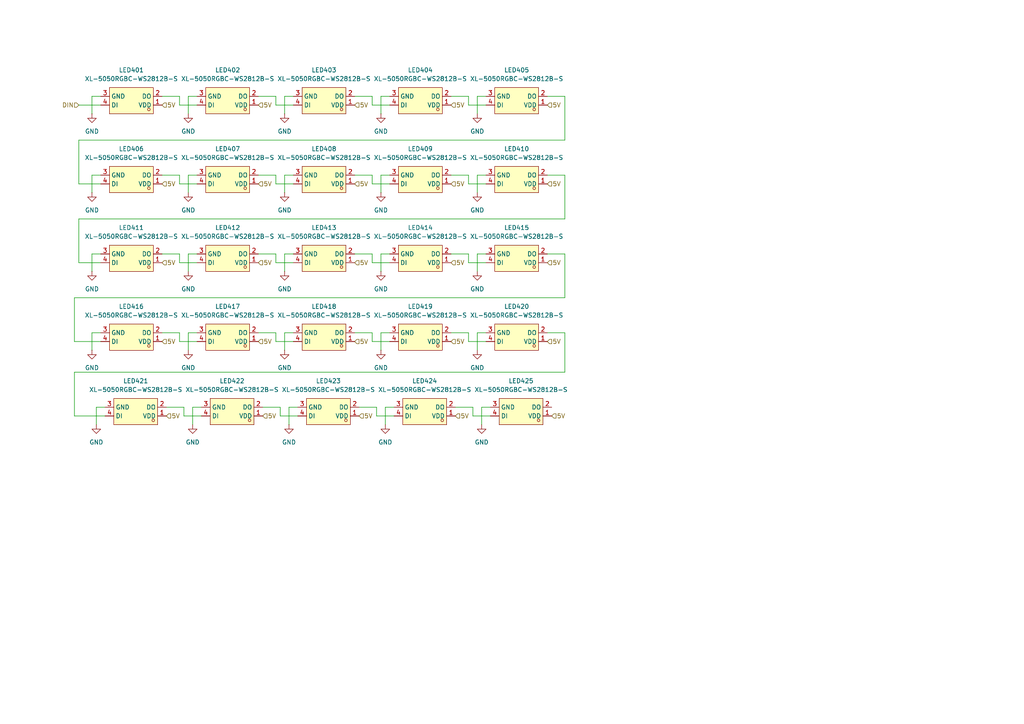
<source format=kicad_sch>
(kicad_sch (version 20231120) (generator "eeschema") (generator_version "8.0")
  (paper "A4")
  (lib_symbols
    (symbol "easyeda2kicad:XL-5050RGBC-WS2812B-S"
      (property "Reference" "LED" (at 0 6.35 0))
      (property "Value" "XL-5050RGBC-WS2812B-S" (at 0 -6.35 0))
      (symbol "XL-5050RGBC-WS2812B-S_0_1"
        (rectangle (start -6.35 3.81) (end 6.35 -3.81) (fill (type background)))
        (circle (center -5.08 2.54) (radius 0.38))
        (pin unspecified line (at -8.89 1.27 0) (length 2.54) (name "VDD") (number "1"))
        (pin unspecified line (at -8.89 -1.27 0) (length 2.54) (name "DO") (number "2"))
        (pin unspecified line (at 8.89 -1.27 180) (length 2.54) (name "GND") (number "3"))
        (pin unspecified line (at 8.89 1.27 180) (length 2.54) (name "DI") (number "4"))
      )
    )
    (symbol "power:GND" (power) (pin_numbers hide) (pin_names (offset 0) hide)
      (property "Value" "GND" (at 0 -3.81 0))
      (symbol "GND_0_1"
        (polyline (pts (xy 0 0) (xy 0 -1.27) (xy 1.27 -1.27) (xy 0 -2.54) (xy -1.27 -1.27) (xy 0 -1.27)))
      )
      (symbol "GND_1_1"
        (pin power_in line (at 0 0 270) (length 0) (name "~") (number "1"))
      )
    )
  )
  (wire (pts (xy 158.75 27.94) (xy 163.83 27.94)))
  (wire (pts (xy 109.22 118.11) (xy 109.22 120.65)))
  (wire (pts (xy 82.55 27.94) (xy 82.55 33.02)))
  (wire (pts (xy 140.97 27.94) (xy 138.43 27.94)))
  (wire (pts (xy 86.36 118.11) (xy 83.82 118.11)))
  (wire (pts (xy 74.93 96.52) (xy 80.01 96.52)))
  (wire (pts (xy 163.83 27.94) (xy 163.83 40.64)))
  (wire (pts (xy 30.48 118.11) (xy 27.94 118.11)))
  (wire (pts (xy 130.81 96.52) (xy 135.89 96.52)))
  (wire (pts (xy 46.99 73.66) (xy 52.07 73.66)))
  (wire (pts (xy 85.09 96.52) (xy 82.55 96.52)))
  (wire (pts (xy 158.75 96.52) (xy 163.83 96.52)))
  (wire (pts (xy 163.83 86.36) (xy 21.59 86.36)))
  (wire (pts (xy 52.07 50.8) (xy 52.07 53.34)))
  (wire (pts (xy 85.09 27.94) (xy 82.55 27.94)))
  (wire (pts (xy 57.15 73.66) (xy 54.61 73.66)))
  (wire (pts (xy 135.89 53.34) (xy 140.97 53.34)))
  (wire (pts (xy 111.76 118.11) (xy 111.76 123.19)))
  (wire (pts (xy 57.15 50.8) (xy 54.61 50.8)))
  (wire (pts (xy 107.95 30.48) (xy 113.03 30.48)))
  (wire (pts (xy 53.34 118.11) (xy 53.34 120.65)))
  (wire (pts (xy 137.16 118.11) (xy 137.16 120.65)))
  (wire (pts (xy 22.86 76.2) (xy 29.21 76.2)))
  (wire (pts (xy 52.07 96.52) (xy 52.07 99.06)))
  (wire (pts (xy 138.43 27.94) (xy 138.43 33.02)))
  (wire (pts (xy 54.61 50.8) (xy 54.61 55.88)))
  (wire (pts (xy 80.01 99.06) (xy 85.09 99.06)))
  (wire (pts (xy 81.28 118.11) (xy 81.28 120.65)))
  (wire (pts (xy 52.07 27.94) (xy 52.07 30.48)))
  (wire (pts (xy 135.89 50.8) (xy 135.89 53.34)))
  (wire (pts (xy 22.86 53.34) (xy 29.21 53.34)))
  (wire (pts (xy 139.7 118.11) (xy 139.7 123.19)))
  (wire (pts (xy 46.99 96.52) (xy 52.07 96.52)))
  (wire (pts (xy 113.03 73.66) (xy 110.49 73.66)))
  (wire (pts (xy 102.87 27.94) (xy 107.95 27.94)))
  (wire (pts (xy 130.81 73.66) (xy 135.89 73.66)))
  (wire (pts (xy 82.55 50.8) (xy 82.55 55.88)))
  (wire (pts (xy 22.86 30.48) (xy 29.21 30.48)))
  (wire (pts (xy 109.22 120.65) (xy 114.3 120.65)))
  (wire (pts (xy 163.83 96.52) (xy 163.83 107.95)))
  (wire (pts (xy 80.01 30.48) (xy 85.09 30.48)))
  (wire (pts (xy 57.15 27.94) (xy 54.61 27.94)))
  (wire (pts (xy 80.01 53.34) (xy 85.09 53.34)))
  (wire (pts (xy 163.83 63.5) (xy 22.86 63.5)))
  (wire (pts (xy 29.21 96.52) (xy 26.67 96.52)))
  (wire (pts (xy 135.89 30.48) (xy 140.97 30.48)))
  (wire (pts (xy 76.2 118.11) (xy 81.28 118.11)))
  (wire (pts (xy 140.97 73.66) (xy 138.43 73.66)))
  (wire (pts (xy 21.59 86.36) (xy 21.59 99.06)))
  (wire (pts (xy 107.95 27.94) (xy 107.95 30.48)))
  (wire (pts (xy 74.93 50.8) (xy 80.01 50.8)))
  (wire (pts (xy 104.14 118.11) (xy 109.22 118.11)))
  (wire (pts (xy 135.89 96.52) (xy 135.89 99.06)))
  (wire (pts (xy 130.81 50.8) (xy 135.89 50.8)))
  (wire (pts (xy 80.01 73.66) (xy 80.01 76.2)))
  (wire (pts (xy 21.59 99.06) (xy 29.21 99.06)))
  (wire (pts (xy 107.95 50.8) (xy 107.95 53.34)))
  (wire (pts (xy 22.86 63.5) (xy 22.86 76.2)))
  (wire (pts (xy 110.49 27.94) (xy 110.49 33.02)))
  (wire (pts (xy 80.01 96.52) (xy 80.01 99.06)))
  (wire (pts (xy 158.75 73.66) (xy 163.83 73.66)))
  (wire (pts (xy 102.87 50.8) (xy 107.95 50.8)))
  (wire (pts (xy 130.81 27.94) (xy 135.89 27.94)))
  (wire (pts (xy 53.34 120.65) (xy 58.42 120.65)))
  (wire (pts (xy 80.01 76.2) (xy 85.09 76.2)))
  (wire (pts (xy 80.01 27.94) (xy 80.01 30.48)))
  (wire (pts (xy 114.3 118.11) (xy 111.76 118.11)))
  (wire (pts (xy 27.94 118.11) (xy 27.94 123.19)))
  (wire (pts (xy 52.07 76.2) (xy 57.15 76.2)))
  (wire (pts (xy 140.97 96.52) (xy 138.43 96.52)))
  (wire (pts (xy 74.93 73.66) (xy 80.01 73.66)))
  (wire (pts (xy 135.89 76.2) (xy 140.97 76.2)))
  (wire (pts (xy 52.07 53.34) (xy 57.15 53.34)))
  (wire (pts (xy 107.95 99.06) (xy 113.03 99.06)))
  (wire (pts (xy 85.09 73.66) (xy 82.55 73.66)))
  (wire (pts (xy 107.95 73.66) (xy 107.95 76.2)))
  (wire (pts (xy 113.03 50.8) (xy 110.49 50.8)))
  (wire (pts (xy 54.61 73.66) (xy 54.61 78.74)))
  (wire (pts (xy 46.99 50.8) (xy 52.07 50.8)))
  (wire (pts (xy 102.87 96.52) (xy 107.95 96.52)))
  (wire (pts (xy 29.21 50.8) (xy 26.67 50.8)))
  (wire (pts (xy 52.07 30.48) (xy 57.15 30.48)))
  (wire (pts (xy 132.08 118.11) (xy 137.16 118.11)))
  (wire (pts (xy 57.15 96.52) (xy 54.61 96.52)))
  (wire (pts (xy 163.83 107.95) (xy 21.59 107.95)))
  (wire (pts (xy 110.49 73.66) (xy 110.49 78.74)))
  (wire (pts (xy 58.42 118.11) (xy 55.88 118.11)))
  (wire (pts (xy 158.75 50.8) (xy 163.83 50.8)))
  (wire (pts (xy 22.86 40.64) (xy 22.86 53.34)))
  (wire (pts (xy 107.95 76.2) (xy 113.03 76.2)))
  (wire (pts (xy 140.97 50.8) (xy 138.43 50.8)))
  (wire (pts (xy 107.95 96.52) (xy 107.95 99.06)))
  (wire (pts (xy 26.67 96.52) (xy 26.67 101.6)))
  (wire (pts (xy 135.89 27.94) (xy 135.89 30.48)))
  (wire (pts (xy 138.43 50.8) (xy 138.43 55.88)))
  (wire (pts (xy 80.01 50.8) (xy 80.01 53.34)))
  (wire (pts (xy 52.07 73.66) (xy 52.07 76.2)))
  (wire (pts (xy 138.43 73.66) (xy 138.43 78.74)))
  (wire (pts (xy 83.82 118.11) (xy 83.82 123.19)))
  (wire (pts (xy 163.83 40.64) (xy 22.86 40.64)))
  (wire (pts (xy 46.99 27.94) (xy 52.07 27.94)))
  (wire (pts (xy 29.21 27.94) (xy 26.67 27.94)))
  (wire (pts (xy 135.89 73.66) (xy 135.89 76.2)))
  (wire (pts (xy 74.93 27.94) (xy 80.01 27.94)))
  (wire (pts (xy 110.49 96.52) (xy 110.49 101.6)))
  (wire (pts (xy 102.87 73.66) (xy 107.95 73.66)))
  (wire (pts (xy 110.49 50.8) (xy 110.49 55.88)))
  (wire (pts (xy 26.67 50.8) (xy 26.67 55.88)))
  (wire (pts (xy 48.26 118.11) (xy 53.34 118.11)))
  (wire (pts (xy 54.61 27.94) (xy 54.61 33.02)))
  (wire (pts (xy 26.67 73.66) (xy 26.67 78.74)))
  (wire (pts (xy 107.95 53.34) (xy 113.03 53.34)))
  (wire (pts (xy 138.43 96.52) (xy 138.43 101.6)))
  (wire (pts (xy 52.07 99.06) (xy 57.15 99.06)))
  (wire (pts (xy 54.61 96.52) (xy 54.61 101.6)))
  (wire (pts (xy 82.55 96.52) (xy 82.55 101.6)))
  (wire (pts (xy 21.59 120.65) (xy 30.48 120.65)))
  (wire (pts (xy 137.16 120.65) (xy 142.24 120.65)))
  (wire (pts (xy 85.09 50.8) (xy 82.55 50.8)))
  (wire (pts (xy 113.03 27.94) (xy 110.49 27.94)))
  (wire (pts (xy 82.55 73.66) (xy 82.55 78.74)))
  (wire (pts (xy 21.59 107.95) (xy 21.59 120.65)))
  (wire (pts (xy 142.24 118.11) (xy 139.7 118.11)))
  (wire (pts (xy 113.03 96.52) (xy 110.49 96.52)))
  (wire (pts (xy 55.88 118.11) (xy 55.88 123.19)))
  (wire (pts (xy 163.83 73.66) (xy 163.83 86.36)))
  (wire (pts (xy 81.28 120.65) (xy 86.36 120.65)))
  (wire (pts (xy 26.67 27.94) (xy 26.67 33.02)))
  (wire (pts (xy 29.21 73.66) (xy 26.67 73.66)))
  (wire (pts (xy 135.89 99.06) (xy 140.97 99.06)))
  (wire (pts (xy 163.83 50.8) (xy 163.83 63.5)))
  (hierarchical_label "5V" (shape input) (at 132.08 120.65 0))
  (hierarchical_label "5V" (shape input) (at 102.87 99.06 0))
  (hierarchical_label "5V" (shape input) (at 158.75 99.06 0))
  (hierarchical_label "5V" (shape input) (at 158.75 53.34 0))
  (hierarchical_label "5V" (shape input) (at 74.93 76.2 0))
  (hierarchical_label "5V" (shape input) (at 130.81 30.48 0))
  (hierarchical_label "5V" (shape input) (at 158.75 76.2 0))
  (hierarchical_label "5V" (shape input) (at 76.2 120.65 0))
  (hierarchical_label "5V" (shape input) (at 74.93 53.34 0))
  (hierarchical_label "5V" (shape input) (at 158.75 30.48 0))
  (hierarchical_label "DIN" (shape input) (at 22.86 30.48 180))
  (hierarchical_label "5V" (shape input) (at 46.99 76.2 0))
  (hierarchical_label "5V" (shape input) (at 74.93 30.48 0))
  (hierarchical_label "5V" (shape input) (at 130.81 76.2 0))
  (hierarchical_label "5V" (shape input) (at 160.02 120.65 0))
  (hierarchical_label "5V" (shape input) (at 130.81 99.06 0))
  (hierarchical_label "5V" (shape input) (at 130.81 53.34 0))
  (hierarchical_label "5V" (shape input) (at 46.99 99.06 0))
  (hierarchical_label "5V" (shape input) (at 102.87 76.2 0))
  (hierarchical_label "5V" (shape input) (at 46.99 53.34 0))
  (hierarchical_label "5V" (shape input) (at 48.26 120.65 0))
  (hierarchical_label "5V" (shape input) (at 104.14 120.65 0))
  (hierarchical_label "5V" (shape input) (at 102.87 53.34 0))
  (hierarchical_label "5V" (shape input) (at 74.93 99.06 0))
  (hierarchical_label "5V" (shape input) (at 102.87 30.48 0))
  (hierarchical_label "5V" (shape input) (at 46.99 30.48 0))
  (symbol (lib_id "power:GND") (at 82.55 55.88 0) (unit 1)
    (property "Reference" "#PWR0408" (effects (hide yes)))
    (property "Value" "GND" (at 82.55 60.96 0))
    (property "Description" "Power symbol creates a global label with name \"GND\" , ground" (effects (hide yes)))
  )
  (symbol (lib_id "power:GND") (at 111.76 123.19 0) (unit 1)
    (property "Reference" "#PWR0424" (effects (hide yes)))
    (property "Value" "GND" (at 111.76 128.27 0))
    (property "Description" "Power symbol creates a global label with name \"GND\" , ground" (effects (hide yes)))
  )
  (symbol (lib_id "easyeda2kicad:XL-5050RGBC-WS2812B-S") (at 149.86 74.93 180) (unit 1)
    (property "Reference" "LED415" (at 149.86 66.04 0))
    (property "Value" "XL-5050RGBC-WS2812B-S" (at 149.86 68.58 0))
    (property "Footprint" "easyeda2kicad:LED-SMD_4P-L5.0-W5.0-TL-1" (effects (hide yes)))
    (property "LCSC Part" "C22461793" (effects (hide yes)))
  )
  (symbol (lib_id "easyeda2kicad:XL-5050RGBC-WS2812B-S") (at 66.04 74.93 180) (unit 1)
    (property "Reference" "LED412" (at 66.04 66.04 0))
    (property "Value" "XL-5050RGBC-WS2812B-S" (at 66.04 68.58 0))
    (property "Footprint" "easyeda2kicad:LED-SMD_4P-L5.0-W5.0-TL-1" (effects (hide yes)))
    (property "LCSC Part" "C22461793" (effects (hide yes)))
  )
  (symbol (lib_id "easyeda2kicad:XL-5050RGBC-WS2812B-S") (at 149.86 97.79 180) (unit 1)
    (property "Reference" "LED420" (at 149.86 88.9 0))
    (property "Value" "XL-5050RGBC-WS2812B-S" (at 149.86 91.44 0))
    (property "Footprint" "easyeda2kicad:LED-SMD_4P-L5.0-W5.0-TL-1" (effects (hide yes)))
    (property "LCSC Part" "C22461793" (effects (hide yes)))
  )
  (symbol (lib_id "power:GND") (at 54.61 78.74 0) (unit 1)
    (property "Reference" "#PWR0412" (effects (hide yes)))
    (property "Value" "GND" (at 54.61 83.82 0))
    (property "Description" "Power symbol creates a global label with name \"GND\" , ground" (effects (hide yes)))
  )
  (symbol (lib_id "easyeda2kicad:XL-5050RGBC-WS2812B-S") (at 121.92 29.21 180) (unit 1)
    (property "Reference" "LED404" (at 121.92 20.32 0))
    (property "Value" "XL-5050RGBC-WS2812B-S" (at 121.92 22.86 0))
    (property "Footprint" "easyeda2kicad:LED-SMD_4P-L5.0-W5.0-TL-1" (effects (hide yes)))
    (property "LCSC Part" "C22461793" (effects (hide yes)))
  )
  (symbol (lib_id "easyeda2kicad:XL-5050RGBC-WS2812B-S") (at 149.86 52.07 180) (unit 1)
    (property "Reference" "LED410" (at 149.86 43.18 0))
    (property "Value" "XL-5050RGBC-WS2812B-S" (at 149.86 45.72 0))
    (property "Footprint" "easyeda2kicad:LED-SMD_4P-L5.0-W5.0-TL-1" (effects (hide yes)))
    (property "LCSC Part" "C22461793" (effects (hide yes)))
  )
  (symbol (lib_id "easyeda2kicad:XL-5050RGBC-WS2812B-S") (at 38.1 29.21 180) (unit 1)
    (property "Reference" "LED401" (at 38.1 20.32 0))
    (property "Value" "XL-5050RGBC-WS2812B-S" (at 38.1 22.86 0))
    (property "Footprint" "easyeda2kicad:LED-SMD_4P-L5.0-W5.0-TL-1" (effects (hide yes)))
    (property "LCSC Part" "C22461793" (effects (hide yes)))
  )
  (symbol (lib_id "power:GND") (at 110.49 101.6 0) (unit 1)
    (property "Reference" "#PWR0419" (effects (hide yes)))
    (property "Value" "GND" (at 110.49 106.68 0))
    (property "Description" "Power symbol creates a global label with name \"GND\" , ground" (effects (hide yes)))
  )
  (symbol (lib_id "easyeda2kicad:XL-5050RGBC-WS2812B-S") (at 121.92 97.79 180) (unit 1)
    (property "Reference" "LED419" (at 121.92 88.9 0))
    (property "Value" "XL-5050RGBC-WS2812B-S" (at 121.92 91.44 0))
    (property "Footprint" "easyeda2kicad:LED-SMD_4P-L5.0-W5.0-TL-1" (effects (hide yes)))
    (property "LCSC Part" "C22461793" (effects (hide yes)))
  )
  (symbol (lib_id "easyeda2kicad:XL-5050RGBC-WS2812B-S") (at 38.1 74.93 180) (unit 1)
    (property "Reference" "LED411" (at 38.1 66.04 0))
    (property "Value" "XL-5050RGBC-WS2812B-S" (at 38.1 68.58 0))
    (property "Footprint" "easyeda2kicad:LED-SMD_4P-L5.0-W5.0-TL-1" (effects (hide yes)))
    (property "LCSC Part" "C22461793" (effects (hide yes)))
  )
  (symbol (lib_id "power:GND") (at 26.67 101.6 0) (unit 1)
    (property "Reference" "#PWR0416" (effects (hide yes)))
    (property "Value" "GND" (at 26.67 106.68 0))
    (property "Description" "Power symbol creates a global label with name \"GND\" , ground" (effects (hide yes)))
  )
  (symbol (lib_id "power:GND") (at 110.49 33.02 0) (unit 1)
    (property "Reference" "#PWR0404" (effects (hide yes)))
    (property "Value" "GND" (at 110.49 38.1 0))
    (property "Description" "Power symbol creates a global label with name \"GND\" , ground" (effects (hide yes)))
  )
  (symbol (lib_id "power:GND") (at 138.43 78.74 0) (unit 1)
    (property "Reference" "#PWR0415" (effects (hide yes)))
    (property "Value" "GND" (at 138.43 83.82 0))
    (property "Description" "Power symbol creates a global label with name \"GND\" , ground" (effects (hide yes)))
  )
  (symbol (lib_id "easyeda2kicad:XL-5050RGBC-WS2812B-S") (at 93.98 74.93 180) (unit 1)
    (property "Reference" "LED413" (at 93.98 66.04 0))
    (property "Value" "XL-5050RGBC-WS2812B-S" (at 93.98 68.58 0))
    (property "Footprint" "easyeda2kicad:LED-SMD_4P-L5.0-W5.0-TL-1" (effects (hide yes)))
    (property "LCSC Part" "C22461793" (effects (hide yes)))
  )
  (symbol (lib_id "easyeda2kicad:XL-5050RGBC-WS2812B-S") (at 66.04 52.07 180) (unit 1)
    (property "Reference" "LED407" (at 66.04 43.18 0))
    (property "Value" "XL-5050RGBC-WS2812B-S" (at 66.04 45.72 0))
    (property "Footprint" "easyeda2kicad:LED-SMD_4P-L5.0-W5.0-TL-1" (effects (hide yes)))
    (property "LCSC Part" "C22461793" (effects (hide yes)))
  )
  (symbol (lib_id "power:GND") (at 27.94 123.19 0) (unit 1)
    (property "Reference" "#PWR0421" (effects (hide yes)))
    (property "Value" "GND" (at 27.94 128.27 0))
    (property "Description" "Power symbol creates a global label with name \"GND\" , ground" (effects (hide yes)))
  )
  (symbol (lib_id "easyeda2kicad:XL-5050RGBC-WS2812B-S") (at 121.92 74.93 180) (unit 1)
    (property "Reference" "LED414" (at 121.92 66.04 0))
    (property "Value" "XL-5050RGBC-WS2812B-S" (at 121.92 68.58 0))
    (property "Footprint" "easyeda2kicad:LED-SMD_4P-L5.0-W5.0-TL-1" (effects (hide yes)))
    (property "LCSC Part" "C22461793" (effects (hide yes)))
  )
  (symbol (lib_id "easyeda2kicad:XL-5050RGBC-WS2812B-S") (at 93.98 29.21 180) (unit 1)
    (property "Reference" "LED403" (at 93.98 20.32 0))
    (property "Value" "XL-5050RGBC-WS2812B-S" (at 93.98 22.86 0))
    (property "Footprint" "easyeda2kicad:LED-SMD_4P-L5.0-W5.0-TL-1" (effects (hide yes)))
    (property "LCSC Part" "C22461793" (effects (hide yes)))
  )
  (symbol (lib_id "easyeda2kicad:XL-5050RGBC-WS2812B-S") (at 66.04 29.21 180) (unit 1)
    (property "Reference" "LED402" (at 66.04 20.32 0))
    (property "Value" "XL-5050RGBC-WS2812B-S" (at 66.04 22.86 0))
    (property "Footprint" "easyeda2kicad:LED-SMD_4P-L5.0-W5.0-TL-1" (effects (hide yes)))
    (property "LCSC Part" "C22461793" (effects (hide yes)))
  )
  (symbol (lib_id "power:GND") (at 54.61 33.02 0) (unit 1)
    (property "Reference" "#PWR0402" (effects (hide yes)))
    (property "Value" "GND" (at 54.61 38.1 0))
    (property "Description" "Power symbol creates a global label with name \"GND\" , ground" (effects (hide yes)))
  )
  (symbol (lib_id "easyeda2kicad:XL-5050RGBC-WS2812B-S") (at 67.31 119.38 180) (unit 1)
    (property "Reference" "LED422" (at 67.31 110.49 0))
    (property "Value" "XL-5050RGBC-WS2812B-S" (at 67.31 113.03 0))
    (property "Footprint" "easyeda2kicad:LED-SMD_4P-L5.0-W5.0-TL-1" (effects (hide yes)))
    (property "LCSC Part" "C22461793" (effects (hide yes)))
  )
  (symbol (lib_id "easyeda2kicad:XL-5050RGBC-WS2812B-S") (at 93.98 52.07 180) (unit 1)
    (property "Reference" "LED408" (at 93.98 43.18 0))
    (property "Value" "XL-5050RGBC-WS2812B-S" (at 93.98 45.72 0))
    (property "Footprint" "easyeda2kicad:LED-SMD_4P-L5.0-W5.0-TL-1" (effects (hide yes)))
    (property "LCSC Part" "C22461793" (effects (hide yes)))
  )
  (symbol (lib_id "power:GND") (at 110.49 78.74 0) (unit 1)
    (property "Reference" "#PWR0414" (effects (hide yes)))
    (property "Value" "GND" (at 110.49 83.82 0))
    (property "Description" "Power symbol creates a global label with name \"GND\" , ground" (effects (hide yes)))
  )
  (symbol (lib_id "easyeda2kicad:XL-5050RGBC-WS2812B-S") (at 66.04 97.79 180) (unit 1)
    (property "Reference" "LED417" (at 66.04 88.9 0))
    (property "Value" "XL-5050RGBC-WS2812B-S" (at 66.04 91.44 0))
    (property "Footprint" "easyeda2kicad:LED-SMD_4P-L5.0-W5.0-TL-1" (effects (hide yes)))
    (property "LCSC Part" "C22461793" (effects (hide yes)))
  )
  (symbol (lib_id "power:GND") (at 138.43 101.6 0) (unit 1)
    (property "Reference" "#PWR0420" (effects (hide yes)))
    (property "Value" "GND" (at 138.43 106.68 0))
    (property "Description" "Power symbol creates a global label with name \"GND\" , ground" (effects (hide yes)))
  )
  (symbol (lib_id "power:GND") (at 82.55 78.74 0) (unit 1)
    (property "Reference" "#PWR0413" (effects (hide yes)))
    (property "Value" "GND" (at 82.55 83.82 0))
    (property "Description" "Power symbol creates a global label with name \"GND\" , ground" (effects (hide yes)))
  )
  (symbol (lib_id "easyeda2kicad:XL-5050RGBC-WS2812B-S") (at 95.25 119.38 180) (unit 1)
    (property "Reference" "LED423" (at 95.25 110.49 0))
    (property "Value" "XL-5050RGBC-WS2812B-S" (at 95.25 113.03 0))
    (property "Footprint" "easyeda2kicad:LED-SMD_4P-L5.0-W5.0-TL-1" (effects (hide yes)))
    (property "LCSC Part" "C22461793" (effects (hide yes)))
  )
  (symbol (lib_id "power:GND") (at 26.67 55.88 0) (unit 1)
    (property "Reference" "#PWR0406" (effects (hide yes)))
    (property "Value" "GND" (at 26.67 60.96 0))
    (property "Description" "Power symbol creates a global label with name \"GND\" , ground" (effects (hide yes)))
  )
  (symbol (lib_id "easyeda2kicad:XL-5050RGBC-WS2812B-S") (at 93.98 97.79 180) (unit 1)
    (property "Reference" "LED418" (at 93.98 88.9 0))
    (property "Value" "XL-5050RGBC-WS2812B-S" (at 93.98 91.44 0))
    (property "Footprint" "easyeda2kicad:LED-SMD_4P-L5.0-W5.0-TL-1" (effects (hide yes)))
    (property "LCSC Part" "C22461793" (effects (hide yes)))
  )
  (symbol (lib_id "power:GND") (at 26.67 33.02 0) (unit 1)
    (property "Reference" "#PWR0401" (effects (hide yes)))
    (property "Value" "GND" (at 26.67 38.1 0))
    (property "Description" "Power symbol creates a global label with name \"GND\" , ground" (effects (hide yes)))
  )
  (symbol (lib_id "easyeda2kicad:XL-5050RGBC-WS2812B-S") (at 121.92 52.07 180) (unit 1)
    (property "Reference" "LED409" (at 121.92 43.18 0))
    (property "Value" "XL-5050RGBC-WS2812B-S" (at 121.92 45.72 0))
    (property "Footprint" "easyeda2kicad:LED-SMD_4P-L5.0-W5.0-TL-1" (effects (hide yes)))
    (property "LCSC Part" "C22461793" (effects (hide yes)))
  )
  (symbol (lib_id "power:GND") (at 26.67 78.74 0) (unit 1)
    (property "Reference" "#PWR0411" (effects (hide yes)))
    (property "Value" "GND" (at 26.67 83.82 0))
    (property "Description" "Power symbol creates a global label with name \"GND\" , ground" (effects (hide yes)))
  )
  (symbol (lib_id "power:GND") (at 82.55 101.6 0) (unit 1)
    (property "Reference" "#PWR0418" (effects (hide yes)))
    (property "Value" "GND" (at 82.55 106.68 0))
    (property "Description" "Power symbol creates a global label with name \"GND\" , ground" (effects (hide yes)))
  )
  (symbol (lib_id "easyeda2kicad:XL-5050RGBC-WS2812B-S") (at 149.86 29.21 180) (unit 1)
    (property "Reference" "LED405" (at 149.86 20.32 0))
    (property "Value" "XL-5050RGBC-WS2812B-S" (at 149.86 22.86 0))
    (property "Footprint" "easyeda2kicad:LED-SMD_4P-L5.0-W5.0-TL-1" (effects (hide yes)))
    (property "LCSC Part" "C22461793" (effects (hide yes)))
  )
  (symbol (lib_id "power:GND") (at 54.61 55.88 0) (unit 1)
    (property "Reference" "#PWR0407" (effects (hide yes)))
    (property "Value" "GND" (at 54.61 60.96 0))
    (property "Description" "Power symbol creates a global label with name \"GND\" , ground" (effects (hide yes)))
  )
  (symbol (lib_id "easyeda2kicad:XL-5050RGBC-WS2812B-S") (at 123.19 119.38 180) (unit 1)
    (property "Reference" "LED424" (at 123.19 110.49 0))
    (property "Value" "XL-5050RGBC-WS2812B-S" (at 123.19 113.03 0))
    (property "Footprint" "easyeda2kicad:LED-SMD_4P-L5.0-W5.0-TL-1" (effects (hide yes)))
    (property "LCSC Part" "C22461793" (effects (hide yes)))
  )
  (symbol (lib_id "power:GND") (at 110.49 55.88 0) (unit 1)
    (property "Reference" "#PWR0409" (effects (hide yes)))
    (property "Value" "GND" (at 110.49 60.96 0))
    (property "Description" "Power symbol creates a global label with name \"GND\" , ground" (effects (hide yes)))
  )
  (symbol (lib_id "easyeda2kicad:XL-5050RGBC-WS2812B-S") (at 38.1 52.07 180) (unit 1)
    (property "Reference" "LED406" (at 38.1 43.18 0))
    (property "Value" "XL-5050RGBC-WS2812B-S" (at 38.1 45.72 0))
    (property "Footprint" "easyeda2kicad:LED-SMD_4P-L5.0-W5.0-TL-1" (effects (hide yes)))
    (property "LCSC Part" "C22461793" (effects (hide yes)))
  )
  (symbol (lib_id "power:GND") (at 83.82 123.19 0) (unit 1)
    (property "Reference" "#PWR0423" (effects (hide yes)))
    (property "Value" "GND" (at 83.82 128.27 0))
    (property "Description" "Power symbol creates a global label with name \"GND\" , ground" (effects (hide yes)))
  )
  (symbol (lib_id "power:GND") (at 55.88 123.19 0) (unit 1)
    (property "Reference" "#PWR0422" (effects (hide yes)))
    (property "Value" "GND" (at 55.88 128.27 0))
    (property "Description" "Power symbol creates a global label with name \"GND\" , ground" (effects (hide yes)))
  )
  (symbol (lib_id "easyeda2kicad:XL-5050RGBC-WS2812B-S") (at 38.1 97.79 180) (unit 1)
    (property "Reference" "LED416" (at 38.1 88.9 0))
    (property "Value" "XL-5050RGBC-WS2812B-S" (at 38.1 91.44 0))
    (property "Footprint" "easyeda2kicad:LED-SMD_4P-L5.0-W5.0-TL-1" (effects (hide yes)))
    (property "LCSC Part" "C22461793" (effects (hide yes)))
  )
  (symbol (lib_id "power:GND") (at 82.55 33.02 0) (unit 1)
    (property "Reference" "#PWR0403" (effects (hide yes)))
    (property "Value" "GND" (at 82.55 38.1 0))
    (property "Description" "Power symbol creates a global label with name \"GND\" , ground" (effects (hide yes)))
  )
  (symbol (lib_id "power:GND") (at 139.7 123.19 0) (unit 1)
    (property "Reference" "#PWR0425" (effects (hide yes)))
    (property "Value" "GND" (at 139.7 128.27 0))
    (property "Description" "Power symbol creates a global label with name \"GND\" , ground" (effects (hide yes)))
  )
  (symbol (lib_id "easyeda2kicad:XL-5050RGBC-WS2812B-S") (at 151.13 119.38 180) (unit 1)
    (property "Reference" "LED425" (at 151.13 110.49 0))
    (property "Value" "XL-5050RGBC-WS2812B-S" (at 151.13 113.03 0))
    (property "Footprint" "easyeda2kicad:LED-SMD_4P-L5.0-W5.0-TL-1" (effects (hide yes)))
    (property "LCSC Part" "C22461793" (effects (hide yes)))
  )
  (symbol (lib_id "easyeda2kicad:XL-5050RGBC-WS2812B-S") (at 39.37 119.38 180) (unit 1)
    (property "Reference" "LED421" (at 39.37 110.49 0))
    (property "Value" "XL-5050RGBC-WS2812B-S" (at 39.37 113.03 0))
    (property "Footprint" "easyeda2kicad:LED-SMD_4P-L5.0-W5.0-TL-1" (effects (hide yes)))
    (property "LCSC Part" "C22461793" (effects (hide yes)))
  )
  (symbol (lib_id "power:GND") (at 138.43 33.02 0) (unit 1)
    (property "Reference" "#PWR0405" (effects (hide yes)))
    (property "Value" "GND" (at 138.43 38.1 0))
    (property "Description" "Power symbol creates a global label with name \"GND\" , ground" (effects (hide yes)))
  )
  (symbol (lib_id "power:GND") (at 54.61 101.6 0) (unit 1)
    (property "Reference" "#PWR0417" (effects (hide yes)))
    (property "Value" "GND" (at 54.61 106.68 0))
    (property "Description" "Power symbol creates a global label with name \"GND\" , ground" (effects (hide yes)))
  )
  (symbol (lib_id "power:GND") (at 138.43 55.88 0) (unit 1)
    (property "Reference" "#PWR0410" (effects (hide yes)))
    (property "Value" "GND" (at 138.43 60.96 0))
    (property "Description" "Power symbol creates a global label with name \"GND\" , ground" (effects (hide yes)))
  )
)
</source>
